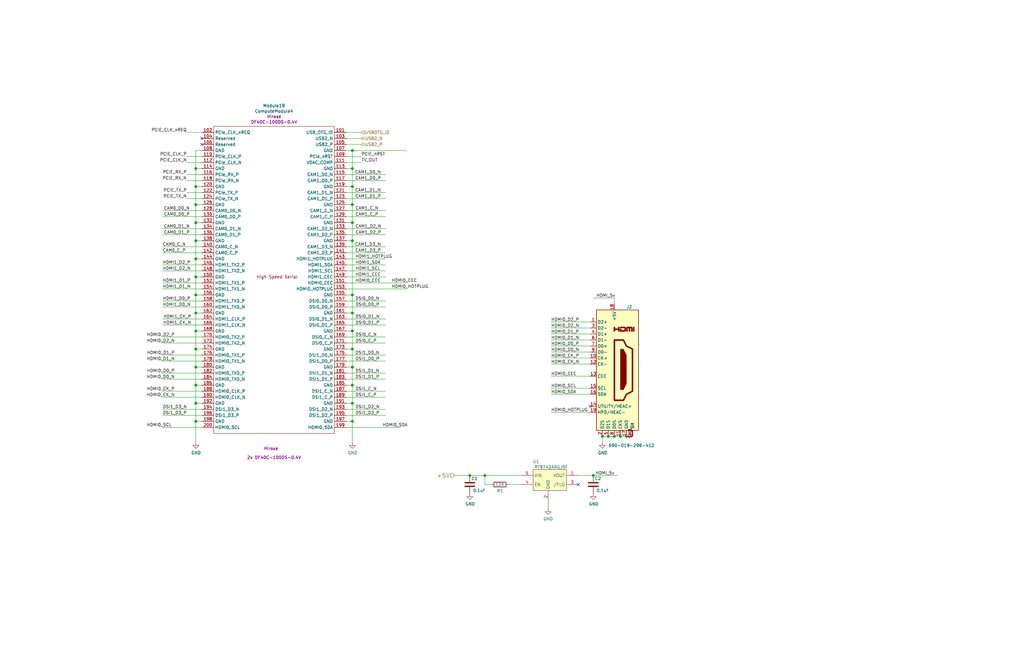
<source format=kicad_sch>
(kicad_sch (version 20210621) (generator eeschema)
  (paper "B")
  (title_block (title "ConnectBox HAT using RPi CM4") (date "2021-10-16") (rev "1.7.2") (comment 1 "JRA"))
  (lib_symbols
    (symbol "CM4IO:ComputeModule4-CM4"
      (property "Reference" "Module" (at 113.03 -68.58 0))
      (property "Value" "ComputeModule4-CM4" (at 140.97 2.54 0))
      (property "Field4" "Hirose" (at 0 0 0))
      (property "Field5" "2x DF40C-100DS-0.4V" (at 0 -2.54 0))
      (symbol "ComputeModule4-CM4_1_0"
        (text "GPIO" (at 0 6.35 0) (effects (font (size 1.27 1.27))))
      )
      (symbol "ComputeModule4-CM4_1_1"
        (text "600mA Max" (at -8.89 -53.34 0) (effects (font (size 1.27 1.27))))
        (text "600mA Max" (at -8.89 -48.26 0) (effects (font (size 1.27 1.27))))
        (text "NB SD signals are only available" (at -1.27 -27.94 0) (effects (font (size 1.27 1.27))))
        (text "on modules without eMMC" (at -1.27 -30.48 0) (effects (font (size 1.27 1.27))))
        (rectangle (start -30.48 -71.12) (end 25.4 58.42))
        (pin power_in line (at 27.94 55.88 180) (length 2.54) (name "GND") (number "1"))
        (pin passive line (at -33.02 45.72 0) (length 2.54) (name "Ethernet_Pair0_N") (number "10"))
        (pin output line (at -33.02 -68.58 0) (length 2.54) (name "nEXTRST") (number "100"))
        (pin passive line (at 27.94 43.18 180) (length 2.54) (name "Ethernet_Pair2_P") (number "11"))
        (pin passive line (at -33.02 43.18 0) (length 2.54) (name "Ethernet_Pair0_P") (number "12"))
        (pin power_in line (at 27.94 40.64 180) (length 2.54) (name "GND") (number "13"))
        (pin power_in line (at -33.02 40.64 0) (length 2.54) (name "GND") (number "14"))
        (pin output line (at 27.94 38.1 180) (length 2.54) (name "Ethernet_nLED3(3.3v)") (number "15"))
        (pin input line (at -33.02 38.1 0) (length 2.54) (name "Ethernet_SYNC_IN(1.8v)") (number "16"))
        (pin output line (at 27.94 35.56 180) (length 2.54) (name "Ethernet_nLED2(3.3v)") (number "17"))
        (pin input line (at -33.02 35.56 0) (length 2.54) (name "Ethernet_SYNC_OUT(1.8v)") (number "18"))
        (pin output line (at 27.94 33.02 180) (length 2.54) (name "Ethernet_nLED1(3.3v)") (number "19"))
        (pin power_in line (at -33.02 55.88 0) (length 2.54) (name "GND") (number "2"))
        (pin passive line (at -33.02 33.02 0) (length 2.54) (name "EEPROM_nWP") (number "20"))
        (pin open_collector line (at 27.94 30.48 180) (length 2.54) (name "PI_nLED_Activity") (number "21"))
        (pin power_in line (at -33.02 30.48 0) (length 2.54) (name "GND") (number "22"))
        (pin power_in line (at 27.94 27.94 180) (length 2.54) (name "GND") (number "23"))
        (pin passive line (at -33.02 27.94 0) (length 2.54) (name "GPIO26") (number "24"))
        (pin passive line (at 27.94 25.4 180) (length 2.54) (name "GPIO21") (number "25"))
        (pin passive line (at -33.02 25.4 0) (length 2.54) (name "GPIO19") (number "26"))
        (pin passive line (at 27.94 22.86 180) (length 2.54) (name "GPIO20") (number "27"))
        (pin passive line (at -33.02 22.86 0) (length 2.54) (name "GPIO13") (number "28"))
        (pin passive line (at 27.94 20.32 180) (length 2.54) (name "GPIO16") (number "29"))
        (pin passive line (at 27.94 53.34 180) (length 2.54) (name "Ethernet_Pair3_P") (number "3"))
        (pin passive line (at -33.02 20.32 0) (length 2.54) (name "GPIO6") (number "30"))
        (pin passive line (at 27.94 17.78 180) (length 2.54) (name "GPIO12") (number "31"))
        (pin power_in line (at -33.02 17.78 0) (length 2.54) (name "GND") (number "32"))
        (pin power_in line (at 27.94 15.24 180) (length 2.54) (name "GND") (number "33"))
        (pin passive line (at -33.02 15.24 0) (length 2.54) (name "GPIO5") (number "34"))
        (pin passive line (at 27.94 12.7 180) (length 2.54) (name "ID_SC") (number "35"))
        (pin passive line (at -33.02 12.7 0) (length 2.54) (name "ID_SD") (number "36"))
        (pin passive line (at 27.94 10.16 180) (length 2.54) (name "GPIO7") (number "37"))
        (pin passive line (at -33.02 10.16 0) (length 2.54) (name "GPIO11") (number "38"))
        (pin passive line (at 27.94 7.62 180) (length 2.54) (name "GPIO8") (number "39"))
        (pin passive line (at -33.02 53.34 0) (length 2.54) (name "Ethernet_Pair1_P") (number "4"))
        (pin passive line (at -33.02 7.62 0) (length 2.54) (name "GPIO9") (number "40"))
        (pin passive line (at 27.94 5.08 180) (length 2.54) (name "GPIO25") (number "41"))
        (pin power_in line (at -33.02 5.08 0) (length 2.54) (name "GND") (number "42"))
        (pin power_in line (at 27.94 2.54 180) (length 2.54) (name "GND") (number "43"))
        (pin passive line (at -33.02 2.54 0) (length 2.54) (name "GPIO10") (number "44"))
        (pin passive line (at 27.94 0 180) (length 2.54) (name "GPIO24") (number "45"))
        (pin passive line (at -33.02 0 0) (length 2.54) (name "GPIO22") (number "46"))
        (pin passive line (at 27.94 -2.54 180) (length 2.54) (name "GPIO23") (number "47"))
        (pin passive line (at -33.02 -2.54 0) (length 2.54) (name "GPIO27") (number "48"))
        (pin passive line (at 27.94 -5.08 180) (length 2.54) (name "GPIO18") (number "49"))
        (pin passive line (at 27.94 50.8 180) (length 2.54) (name "Ethernet_Pair3_N") (number "5"))
        (pin passive line (at -33.02 -5.08 0) (length 2.54) (name "GPIO17") (number "50"))
        (pin passive line (at 27.94 -7.62 180) (length 2.54) (name "GPIO15") (number "51"))
        (pin power_in line (at -33.02 -7.62 0) (length 2.54) (name "GND") (number "52"))
        (pin power_in line (at 27.94 -10.16 180) (length 2.54) (name "GND") (number "53"))
        (pin passive line (at -33.02 -10.16 0) (length 2.54) (name "GPIO4") (number "54"))
        (pin passive line (at 27.94 -12.7 180) (length 2.54) (name "GPIO14") (number "55"))
        (pin passive line (at -33.02 -12.7 0) (length 2.54) (name "GPIO3") (number "56"))
        (pin passive line (at 27.94 -15.24 180) (length 2.54) (name "SD_CLK") (number "57"))
        (pin passive line (at -33.02 -15.24 0) (length 2.54) (name "GPIO2") (number "58"))
        (pin power_in line (at 27.94 -17.78 180) (length 2.54) (name "GND") (number "59"))
        (pin passive line (at -33.02 50.8 0) (length 2.54) (name "Ethernet_Pair1_N") (number "6"))
        (pin power_in line (at -33.02 -17.78 0) (length 2.54) (name "GND") (number "60"))
        (pin passive line (at 27.94 -20.32 180) (length 2.54) (name "SD_DAT3") (number "61"))
        (pin passive line (at -33.02 -20.32 0) (length 2.54) (name "SD_CMD") (number "62"))
        (pin passive line (at 27.94 -22.86 180) (length 2.54) (name "SD_DAT0") (number "63"))
        (pin passive line (at -33.02 -22.86 0) (length 2.54) (name "SD_DAT5") (number "64"))
        (pin power_in line (at 27.94 -25.4 180) (length 2.54) (name "GND") (number "65"))
        (pin power_in line (at -33.02 -25.4 0) (length 2.54) (name "GND") (number "66"))
        (pin passive line (at 27.94 -27.94 180) (length 2.54) (name "SD_DAT1") (number "67"))
        (pin passive line (at -33.02 -27.94 0) (length 2.54) (name "SD_DAT4") (number "68"))
        (pin passive line (at 27.94 -30.48 180) (length 2.54) (name "SD_DAT2") (number "69"))
        (pin power_in line (at 27.94 48.26 180) (length 2.54) (name "GND") (number "7"))
        (pin passive line (at -33.02 -30.48 0) (length 2.54) (name "SD_DAT7") (number "70"))
        (pin power_in line (at 27.94 -33.02 180) (length 2.54) (name "GND") (number "71"))
        (pin passive line (at -33.02 -33.02 0) (length 2.54) (name "SD_DAT6") (number "72"))
        (pin input line (at 27.94 -35.56 180) (length 2.54) (name "SD_VDD_Override") (number "73"))
        (pin power_in line (at -33.02 -35.56 0) (length 2.54) (name "GND") (number "74"))
        (pin output line (at 27.94 -38.1 180) (length 2.54) (name "SD_PWR_ON") (number "75"))
        (pin passive line (at -33.02 -38.1 0) (length 2.54) (name "Reserved") (number "76"))
        (pin power_in line (at 27.94 -40.64 180) (length 2.54) (name "+5v_(Input)") (number "77"))
        (pin power_in line (at -33.02 -40.64 0) (length 2.54) (name "GPIO_VREF(1.8v/3.3v_Input)") (number "78"))
        (pin power_in line (at 27.94 -43.18 180) (length 2.54) (name "+5v_(Input)") (number "79"))
        (pin power_in line (at -33.02 48.26 0) (length 2.54) (name "GND") (number "8"))
        (pin passive line (at -33.02 -43.18 0) (length 2.54) (name "SCL0") (number "80"))
        (pin power_in line (at 27.94 -45.72 180) (length 2.54) (name "+5v_(Input)") (number "81"))
        (pin passive line (at -33.02 -45.72 0) (length 2.54) (name "SDA0") (number "82"))
        (pin power_in line (at 27.94 -48.26 180) (length 2.54) (name "+5v_(Input)") (number "83"))
        (pin power_out line (at -33.02 -48.26 0) (length 2.54) (name "+3.3v_(Output)") (number "84"))
        (pin power_in line (at 27.94 -50.8 180) (length 2.54) (name "+5v_(Input)") (number "85"))
        (pin power_out line (at -33.02 -50.8 0) (length 2.54) (name "+3.3v_(Output)") (number "86"))
        (pin power_in line (at 27.94 -53.34 180) (length 2.54) (name "+5v_(Input)") (number "87"))
        (pin power_out line (at -33.02 -53.34 0) (length 2.54) (name "+1.8v_(Output)") (number "88"))
        (pin power_in line (at 27.94 -55.88 180) (length 2.54) (name "WiFi_nDisable") (number "89"))
        (pin passive line (at 27.94 45.72 180) (length 2.54) (name "Ethernet_Pair2_N") (number "9"))
        (pin power_out line (at -33.02 -55.88 0) (length 2.54) (name "+1.8v_(Output)") (number "90"))
        (pin power_in line (at 27.94 -58.42 180) (length 2.54) (name "BT_nDisable") (number "91"))
        (pin passive line (at -33.02 -58.42 0) (length 2.54) (name "RUN_PG") (number "92"))
        (pin input line (at 27.94 -60.96 180) (length 2.54) (name "nRPIBOOT") (number "93"))
        (pin passive line (at -33.02 -60.96 0) (length 2.54) (name "AnalogIP1") (number "94"))
        (pin output line (at 27.94 -63.5 180) (length 2.54) (name "nPI_LED_PWR") (number "95"))
        (pin passive line (at -33.02 -63.5 0) (length 2.54) (name "AnalogIP0") (number "96"))
        (pin passive line (at 27.94 -66.04 180) (length 2.54) (name "Camera_GPIO") (number "97"))
        (pin power_in line (at -33.02 -66.04 0) (length 2.54) (name "GND") (number "98"))
        (pin input line (at 27.94 -68.58 180) (length 2.54) (name "Global_EN") (number "99"))
      )
      (symbol "ComputeModule4-CM4_2_1"
        (text "High Speed Serial" (at 140.97 0 0) (effects (font (size 1.27 1.27))))
        (rectangle (start 114.3 -66.04) (end 165.1 63.5))
        (pin input line (at 170.18 60.96 180) (length 5.08) (name "USB_OTG_ID") (number "101"))
        (pin input line (at 109.22 60.96 0) (length 5.08) (name "PCIe_CLK_nREQ") (number "102"))
        (pin passive line (at 170.18 58.42 180) (length 5.08) (name "USB2_N") (number "103"))
        (pin passive line (at 109.22 58.42 0) (length 5.08) (name "Reserved") (number "104"))
        (pin passive line (at 170.18 55.88 180) (length 5.08) (name "USB2_P") (number "105"))
        (pin passive line (at 109.22 55.88 0) (length 5.08) (name "Reserved") (number "106"))
        (pin power_in line (at 170.18 53.34 180) (length 5.08) (name "GND") (number "107"))
        (pin power_in line (at 109.22 53.34 0) (length 5.08) (name "GND") (number "108"))
        (pin bidirectional line (at 170.18 50.8 180) (length 5.08) (name "PCIe_nRST") (number "109"))
        (pin output line (at 109.22 50.8 0) (length 5.08) (name "PCIe_CLK_P") (number "110"))
        (pin passive line (at 170.18 48.26 180) (length 5.08) (name "VDAC_COMP") (number "111"))
        (pin output line (at 109.22 48.26 0) (length 5.08) (name "PCIe_CLK_N") (number "112"))
        (pin power_in line (at 170.18 45.72 180) (length 5.08) (name "GND") (number "113"))
        (pin power_in line (at 109.22 45.72 0) (length 5.08) (name "GND") (number "114"))
        (pin input line (at 170.18 43.18 180) (length 5.08) (name "CAM1_D0_N") (number "115"))
        (pin input line (at 109.22 43.18 0) (length 5.08) (name "PCIe_RX_P") (number "116"))
        (pin input line (at 170.18 40.64 180) (length 5.08) (name "CAM1_D0_P") (number "117"))
        (pin input line (at 109.22 40.64 0) (length 5.08) (name "PCIe_RX_N") (number "118"))
        (pin power_in line (at 170.18 38.1 180) (length 5.08) (name "GND") (number "119"))
        (pin power_in line (at 109.22 38.1 0) (length 5.08) (name "GND") (number "120"))
        (pin input line (at 170.18 35.56 180) (length 5.08) (name "CAM1_D1_N") (number "121"))
        (pin output line (at 109.22 35.56 0) (length 5.08) (name "PCIe_TX_P") (number "122"))
        (pin input line (at 170.18 33.02 180) (length 5.08) (name "CAM1_D1_P") (number "123"))
        (pin output line (at 109.22 33.02 0) (length 5.08) (name "PCIe_TX_N") (number "124"))
        (pin power_in line (at 170.18 30.48 180) (length 5.08) (name "GND") (number "125"))
        (pin power_in line (at 109.22 30.48 0) (length 5.08) (name "GND") (number "126"))
        (pin input line (at 170.18 27.94 180) (length 5.08) (name "CAM1_C_N") (number "127"))
        (pin input line (at 109.22 27.94 0) (length 5.08) (name "CAM0_D0_N") (number "128"))
        (pin input line (at 170.18 25.4 180) (length 5.08) (name "CAM1_C_P") (number "129"))
        (pin input line (at 109.22 25.4 0) (length 5.08) (name "CAM0_D0_P") (number "130"))
        (pin power_in line (at 170.18 22.86 180) (length 5.08) (name "GND") (number "131"))
        (pin power_in line (at 109.22 22.86 0) (length 5.08) (name "GND") (number "132"))
        (pin input line (at 170.18 20.32 180) (length 5.08) (name "CAM1_D2_N") (number "133"))
        (pin input line (at 109.22 20.32 0) (length 5.08) (name "CAM0_D1_N") (number "134"))
        (pin input line (at 170.18 17.78 180) (length 5.08) (name "CAM1_D2_P") (number "135"))
        (pin input line (at 109.22 17.78 0) (length 5.08) (name "CAM0_D1_P") (number "136"))
        (pin power_in line (at 170.18 15.24 180) (length 5.08) (name "GND") (number "137"))
        (pin power_in line (at 109.22 15.24 0) (length 5.08) (name "GND") (number "138"))
        (pin input line (at 170.18 12.7 180) (length 5.08) (name "CAM1_D3_N") (number "139"))
        (pin input line (at 109.22 12.7 0) (length 5.08) (name "CAM0_C_N") (number "140"))
        (pin input line (at 170.18 10.16 180) (length 5.08) (name "CAM1_D3_P") (number "141"))
        (pin input line (at 109.22 10.16 0) (length 5.08) (name "CAM0_C_P") (number "142"))
        (pin input line (at 170.18 7.62 180) (length 5.08) (name "HDMI1_HOTPLUG") (number "143"))
        (pin power_in line (at 109.22 7.62 0) (length 5.08) (name "GND") (number "144"))
        (pin bidirectional line (at 170.18 5.08 180) (length 5.08) (name "HDMI1_SDA") (number "145"))
        (pin output line (at 109.22 5.08 0) (length 5.08) (name "HDMI1_TX2_P") (number "146"))
        (pin open_collector line (at 170.18 2.54 180) (length 5.08) (name "HDMI1_SCL") (number "147"))
        (pin output line (at 109.22 2.54 0) (length 5.08) (name "HDMI1_TX2_N") (number "148"))
        (pin open_collector line (at 170.18 0 180) (length 5.08) (name "HDMI1_CEC") (number "149"))
        (pin power_in line (at 109.22 0 0) (length 5.08) (name "GND") (number "150"))
        (pin open_collector line (at 170.18 -2.54 180) (length 5.08) (name "HDMI0_CEC") (number "151"))
        (pin output line (at 109.22 -2.54 0) (length 5.08) (name "HDMI1_TX1_P") (number "152"))
        (pin input line (at 170.18 -5.08 180) (length 5.08) (name "HDMI0_HOTPLUG") (number "153"))
        (pin output line (at 109.22 -5.08 0) (length 5.08) (name "HDMI1_TX1_N") (number "154"))
        (pin power_in line (at 170.18 -7.62 180) (length 5.08) (name "GND") (number "155"))
        (pin power_in line (at 109.22 -7.62 0) (length 5.08) (name "GND") (number "156"))
        (pin output line (at 170.18 -10.16 180) (length 5.08) (name "DSI0_D0_N") (number "157"))
        (pin output line (at 109.22 -10.16 0) (length 5.08) (name "HDMI1_TX0_P") (number "158"))
        (pin output line (at 170.18 -12.7 180) (length 5.08) (name "DSI0_D0_P") (number "159"))
        (pin output line (at 109.22 -12.7 0) (length 5.08) (name "HDMI1_TX0_N") (number "160"))
        (pin power_in line (at 170.18 -15.24 180) (length 5.08) (name "GND") (number "161"))
        (pin power_in line (at 109.22 -15.24 0) (length 5.08) (name "GND") (number "162"))
        (pin output line (at 170.18 -17.78 180) (length 5.08) (name "DSI0_D1_N") (number "163"))
        (pin output line (at 109.22 -17.78 0) (length 5.08) (name "HDMI1_CLK_P") (number "164"))
        (pin output line (at 170.18 -20.32 180) (length 5.08) (name "DSI0_D1_P") (number "165"))
        (pin output line (at 109.22 -20.32 0) (length 5.08) (name "HDMI1_CLK_N") (number "166"))
        (pin power_in line (at 170.18 -22.86 180) (length 5.08) (name "GND") (number "167"))
        (pin power_in line (at 109.22 -22.86 0) (length 5.08) (name "GND") (number "168"))
        (pin output line (at 170.18 -25.4 180) (length 5.08) (name "DSI0_C_N") (number "169"))
        (pin output line (at 109.22 -25.4 0) (length 5.08) (name "HDMI0_TX2_P") (number "170"))
        (pin output line (at 170.18 -27.94 180) (length 5.08) (name "DSI0_C_P") (number "171"))
        (pin output line (at 109.22 -27.94 0) (length 5.08) (name "HDMI0_TX2_N") (number "172"))
        (pin power_in line (at 170.18 -30.48 180) (length 5.08) (name "GND") (number "173"))
        (pin power_in line (at 109.22 -30.48 0) (length 5.08) (name "GND") (number "174"))
        (pin output line (at 170.18 -33.02 180) (length 5.08) (name "DSI1_D0_N") (number "175"))
        (pin output line (at 109.22 -33.02 0) (length 5.08) (name "HDMI0_TX1_P") (number "176"))
        (pin output line (at 170.18 -35.56 180) (length 5.08) (name "DSI1_D0_P") (number "177"))
        (pin output line (at 109.22 -35.56 0) (length 5.08) (name "HDMI0_TX1_N") (number "178"))
        (pin power_in line (at 170.18 -38.1 180) (length 5.08) (name "GND") (number "179"))
        (pin power_in line (at 109.22 -38.1 0) (length 5.08) (name "GND") (number "180"))
        (pin output line (at 170.18 -40.64 180) (length 5.08) (name "DSI1_D1_N") (number "181"))
        (pin output line (at 109.22 -40.64 0) (length 5.08) (name "HDMI0_TX0_P") (number "182"))
        (pin output line (at 170.18 -43.18 180) (length 5.08) (name "DSI1_D1_P") (number "183"))
        (pin output line (at 109.22 -43.18 0) (length 5.08) (name "HDMI0_TX0_N") (number "184"))
        (pin power_in line (at 170.18 -45.72 180) (length 5.08) (name "GND") (number "185"))
        (pin power_in line (at 109.22 -45.72 0) (length 5.08) (name "GND") (number "186"))
        (pin output line (at 170.18 -48.26 180) (length 5.08) (name "DSI1_C_N") (number "187"))
        (pin output line (at 109.22 -48.26 0) (length 5.08) (name "HDMI0_CLK_P") (number "188"))
        (pin output line (at 170.18 -50.8 180) (length 5.08) (name "DSI1_C_P") (number "189"))
        (pin output line (at 109.22 -50.8 0) (length 5.08) (name "HDMI0_CLK_N") (number "190"))
        (pin power_in line (at 170.18 -53.34 180) (length 5.08) (name "GND") (number "191"))
        (pin power_in line (at 109.22 -53.34 0) (length 5.08) (name "GND") (number "192"))
        (pin output line (at 170.18 -55.88 180) (length 5.08) (name "DSI1_D2_N") (number "193"))
        (pin output line (at 109.22 -55.88 0) (length 5.08) (name "DSI1_D3_N") (number "194"))
        (pin output line (at 170.18 -58.42 180) (length 5.08) (name "DSI1_D2_P") (number "195"))
        (pin output line (at 109.22 -58.42 0) (length 5.08) (name "DSI1_D3_P") (number "196"))
        (pin power_in line (at 170.18 -60.96 180) (length 5.08) (name "GND") (number "197"))
        (pin power_in line (at 109.22 -60.96 0) (length 5.08) (name "GND") (number "198"))
        (pin bidirectional line (at 170.18 -63.5 180) (length 5.08) (name "HDMI0_SDA") (number "199"))
        (pin open_collector line (at 109.22 -63.5 0) (length 5.08) (name "HDMI0_SCL") (number "200"))
      )
    )
    (symbol "CM4IO:HDMI_A_1.4"
      (property "Reference" "J" (at -6.35 26.67 0))
      (property "Value" "HDMI_A_1.4" (at 10.16 26.67 0))
      (symbol "HDMI_A_1.4_0_0"
        (polyline (pts (xy 8.128 16.51) (xy 8.128 18.034)) (stroke (width 0.635)))
        (polyline (pts (xy 0 16.51) (xy 0 18.034) (xy 0 17.272) (xy 1.905 17.272) (xy 1.905 18.034) (xy 1.905 16.51)) (stroke (width 0.635)))
        (polyline (pts (xy 2.667 18.034) (xy 4.318 18.034) (xy 4.572 17.78) (xy 4.572 16.764) (xy 4.318 16.51) (xy 2.667 16.51) (xy 2.667 17.272)) (stroke (width 0.635)))
        (pin passive line (at 7.62 -27.94 90) (length 2.54) (name "SH") (number "SH2"))
        (pin passive line (at 7.62 -27.94 90) (length 2.54) (name "SH") (number "SH3"))
        (pin passive line (at 7.62 -27.94 90) (length 2.54) (name "SH") (number "SH4"))
      )
      (symbol "HDMI_A_1.4_0_1"
        (rectangle (start -7.62 25.4) (end 10.16 -25.4) (stroke (width 0.254)) (fill (type background)))
        (polyline (pts (xy 5.334 16.51) (xy 5.334 18.034) (xy 6.35 18.034) (xy 6.35 16.51) (xy 6.35 18.034) (xy 7.112 18.034) (xy 7.366 17.78) (xy 7.366 16.51)) (stroke (width 0.635)))
        (polyline (pts (xy 0 12.7) (xy 0 -12.7) (xy 3.81 -12.7) (xy 5.08 -10.16) (xy 7.62 -8.89) (xy 7.62 8.89) (xy 5.08 10.16) (xy 3.81 12.7) (xy 0 12.7)) (stroke (width 0.635)))
        (polyline (pts (xy 2.54 8.89) (xy 3.81 8.89) (xy 5.08 6.35) (xy 5.08 -5.715) (xy 3.81 -8.255) (xy 2.54 -8.255) (xy 2.54 8.89)) (fill (type outline)))
      )
      (symbol "HDMI_A_1.4_1_1"
        (pin passive line (at -10.16 20.32 0) (length 2.54) (name "D2+") (number "1"))
        (pin passive line (at -10.16 5.08 0) (length 2.54) (name "CK+") (number "10"))
        (pin power_in line (at 2.54 -27.94 90) (length 2.54) (name "CKS") (number "11"))
        (pin passive line (at -10.16 2.54 0) (length 2.54) (name "CK-") (number "12"))
        (pin bidirectional line (at -10.16 -2.54 0) (length 2.54) (name "CEC") (number "13"))
        (pin passive line (at -10.16 -15.24 0) (length 2.54) (name "UTILITY/HEAC+") (number "14"))
        (pin passive line (at -10.16 -7.62 0) (length 2.54) (name "SCL") (number "15"))
        (pin bidirectional line (at -10.16 -10.16 0) (length 2.54) (name "SDA") (number "16"))
        (pin power_in line (at 5.08 -27.94 90) (length 2.54) (name "GND") (number "17"))
        (pin power_in line (at 0 27.94 270) (length 2.54) (name "+5V") (number "18"))
        (pin passive line (at -10.16 -17.78 0) (length 2.54) (name "HPD/HEAC-") (number "19"))
        (pin power_in line (at -5.08 -27.94 90) (length 2.54) (name "D2S") (number "2"))
        (pin passive line (at -10.16 17.78 0) (length 2.54) (name "D2-") (number "3"))
        (pin passive line (at -10.16 15.24 0) (length 2.54) (name "D1+") (number "4"))
        (pin power_in line (at -2.54 -27.94 90) (length 2.54) (name "D1S") (number "5"))
        (pin passive line (at -10.16 12.7 0) (length 2.54) (name "D1-") (number "6"))
        (pin passive line (at -10.16 10.16 0) (length 2.54) (name "D0+") (number "7"))
        (pin power_in line (at 0 -27.94 90) (length 2.54) (name "D0S") (number "8"))
        (pin passive line (at -10.16 7.62 0) (length 2.54) (name "D0-") (number "9"))
        (pin passive line (at 7.62 -27.94 90) (length 2.54) (name "SH") (number "SH1"))
      )
    )
    (symbol "Custom_1:T9742ANGJ5F"
      (property "Reference" "U" (at -2.54 13.97 0))
      (property "Value" "T9742ANGJ5F" (at 2.54 11.43 0))
      (symbol "T9742ANGJ5F_0_1"
        (rectangle (start -7.62 8.89) (end 6.35 0) (stroke (width 0.1524)) (fill (type background)))
      )
      (symbol "T9742ANGJ5F_1_1"
        (pin power_out line (at 11.43 6.35 180) (length 5.08) (name "VOUT") (number "1"))
        (pin input line (at -1.27 -5.08 90) (length 5.08) (name "GND") (number "2"))
        (pin input line (at 11.43 2.54 180) (length 5.08) (name "/FLG") (number "3"))
        (pin input line (at -12.7 2.54 0) (length 5.08) (name "EN") (number "4"))
        (pin input line (at -12.7 6.35 0) (length 5.08) (name "VIN") (number "5"))
      )
    )
    (symbol "Device:C" (pin_numbers hide) (pin_names (offset 0.254))
      (property "Reference" "C" (at 0.635 2.54 0))
      (property "Value" "C" (at 0.635 -2.54 0))
      (symbol "C_0_1"
        (polyline (pts (xy -2.032 -0.762) (xy 2.032 -0.762)) (stroke (width 0.508)))
        (polyline (pts (xy -2.032 0.762) (xy 2.032 0.762)) (stroke (width 0.508)))
      )
      (symbol "C_1_1"
        (pin passive line (at 0 3.81 270) (length 2.794) (name "~") (number "1"))
        (pin passive line (at 0 -3.81 90) (length 2.794) (name "~") (number "2"))
      )
    )
    (symbol "Device:R" (pin_numbers hide) (pin_names (offset 0))
      (property "Reference" "R" (at 2.032 0 90))
      (property "Value" "R" (at 0 0 90))
      (symbol "R_0_1"
        (rectangle (start -1.016 -2.54) (end 1.016 2.54) (stroke (width 0.254)))
      )
      (symbol "R_1_1"
        (pin passive line (at 0 3.81 270) (length 1.27) (name "~") (number "1"))
        (pin passive line (at 0 -3.81 90) (length 1.27) (name "~") (number "2"))
      )
    )
    (symbol "power:GND" (power) (pin_names (offset 0))
      (property "Value" "GND" (at 0 -3.81 0))
      (symbol "GND_0_1"
        (polyline (pts (xy 0 0) (xy 0 -1.27) (xy 1.27 -1.27) (xy 0 -2.54) (xy -1.27 -1.27) (xy 0 -1.27)))
      )
      (symbol "GND_1_1"
        (pin power_in line (at 0 0 270) (length 0) hide (name "GND") (number "1"))
      )
    )
  )
  (junction (at 82.55 71.12) (diameter 1.016))
  (junction (at 82.55 78.74) (diameter 1.016))
  (junction (at 82.55 86.36) (diameter 1.016))
  (junction (at 82.55 93.98) (diameter 1.016))
  (junction (at 82.55 101.6) (diameter 1.016))
  (junction (at 82.55 109.22) (diameter 1.016))
  (junction (at 82.55 116.84) (diameter 1.016))
  (junction (at 82.55 124.46) (diameter 1.016))
  (junction (at 82.55 132.08) (diameter 1.016))
  (junction (at 82.55 139.7) (diameter 1.016))
  (junction (at 82.55 147.32) (diameter 1.016))
  (junction (at 82.55 154.94) (diameter 1.016))
  (junction (at 82.55 162.56) (diameter 1.016))
  (junction (at 82.55 170.18) (diameter 1.016))
  (junction (at 82.55 177.8) (diameter 1.016))
  (junction (at 148.59 63.5) (diameter 1.016))
  (junction (at 148.59 71.12) (diameter 1.016))
  (junction (at 148.59 78.74) (diameter 1.016))
  (junction (at 148.59 86.36) (diameter 1.016))
  (junction (at 148.59 93.98) (diameter 1.016))
  (junction (at 148.59 101.6) (diameter 1.016))
  (junction (at 148.59 124.46) (diameter 1.016))
  (junction (at 148.59 132.08) (diameter 1.016))
  (junction (at 148.59 139.7) (diameter 1.016))
  (junction (at 148.59 147.32) (diameter 1.016))
  (junction (at 148.59 154.94) (diameter 1.016))
  (junction (at 148.59 162.56) (diameter 1.016))
  (junction (at 148.59 170.18) (diameter 1.016))
  (junction (at 148.59 177.8) (diameter 1.016))
  (junction (at 198.12 200.66) (diameter 1.016))
  (junction (at 204.47 200.66) (diameter 1.016))
  (junction (at 250.19 200.66) (diameter 1.016))
  (junction (at 254 184.15) (diameter 1.016))
  (junction (at 256.54 184.15) (diameter 1.016))
  (junction (at 259.08 184.15) (diameter 1.016))
  (junction (at 261.62 184.15) (diameter 1.016))
  (junction (at 264.16 184.15) (diameter 1.016))
  (no_connect (at 85.09 58.42))
  (no_connect (at 85.09 60.96))
  (no_connect (at 243.84 204.47))
  (no_connect (at 248.92 171.45))
  (wire (pts (xy 68.58 104.14) (xy 85.09 104.14)))
  (wire (pts (xy 68.58 106.68) (xy 85.09 106.68)))
  (wire (pts (xy 68.58 111.76) (xy 85.09 111.76)))
  (wire (pts (xy 68.58 114.3) (xy 85.09 114.3)))
  (wire (pts (xy 68.58 119.38) (xy 85.09 119.38)))
  (wire (pts (xy 68.58 121.92) (xy 85.09 121.92)))
  (wire (pts (xy 68.58 127) (xy 85.09 127)))
  (wire (pts (xy 68.58 129.54) (xy 85.09 129.54)))
  (wire (pts (xy 68.58 142.24) (xy 85.09 142.24)))
  (wire (pts (xy 68.58 144.78) (xy 85.09 144.78)))
  (wire (pts (xy 68.58 157.48) (xy 85.09 157.48)))
  (wire (pts (xy 68.58 160.02) (xy 85.09 160.02)))
  (wire (pts (xy 68.58 172.72) (xy 85.09 172.72)))
  (wire (pts (xy 68.58 175.26) (xy 85.09 175.26)))
  (wire (pts (xy 68.58 180.34) (xy 85.09 180.34)))
  (wire (pts (xy 78.74 55.88) (xy 85.09 55.88)))
  (wire (pts (xy 78.74 66.04) (xy 85.09 66.04)))
  (wire (pts (xy 78.74 68.58) (xy 85.09 68.58)))
  (wire (pts (xy 78.74 81.28) (xy 85.09 81.28)))
  (wire (pts (xy 78.74 83.82) (xy 85.09 83.82)))
  (wire (pts (xy 82.55 63.5) (xy 82.55 71.12)))
  (wire (pts (xy 82.55 71.12) (xy 82.55 78.74)))
  (wire (pts (xy 82.55 71.12) (xy 85.09 71.12)))
  (wire (pts (xy 82.55 78.74) (xy 82.55 86.36)))
  (wire (pts (xy 82.55 78.74) (xy 85.09 78.74)))
  (wire (pts (xy 82.55 86.36) (xy 82.55 93.98)))
  (wire (pts (xy 82.55 86.36) (xy 85.09 86.36)))
  (wire (pts (xy 82.55 93.98) (xy 82.55 101.6)))
  (wire (pts (xy 82.55 93.98) (xy 85.09 93.98)))
  (wire (pts (xy 82.55 101.6) (xy 82.55 109.22)))
  (wire (pts (xy 82.55 101.6) (xy 85.09 101.6)))
  (wire (pts (xy 82.55 109.22) (xy 82.55 116.84)))
  (wire (pts (xy 82.55 109.22) (xy 85.09 109.22)))
  (wire (pts (xy 82.55 116.84) (xy 82.55 124.46)))
  (wire (pts (xy 82.55 116.84) (xy 85.09 116.84)))
  (wire (pts (xy 82.55 124.46) (xy 82.55 132.08)))
  (wire (pts (xy 82.55 124.46) (xy 85.09 124.46)))
  (wire (pts (xy 82.55 132.08) (xy 82.55 139.7)))
  (wire (pts (xy 82.55 132.08) (xy 85.09 132.08)))
  (wire (pts (xy 82.55 139.7) (xy 82.55 147.32)))
  (wire (pts (xy 82.55 139.7) (xy 85.09 139.7)))
  (wire (pts (xy 82.55 147.32) (xy 82.55 154.94)))
  (wire (pts (xy 82.55 147.32) (xy 85.09 147.32)))
  (wire (pts (xy 82.55 154.94) (xy 82.55 162.56)))
  (wire (pts (xy 82.55 154.94) (xy 85.09 154.94)))
  (wire (pts (xy 82.55 162.56) (xy 82.55 170.18)))
  (wire (pts (xy 82.55 162.56) (xy 85.09 162.56)))
  (wire (pts (xy 82.55 170.18) (xy 82.55 177.8)))
  (wire (pts (xy 82.55 177.8) (xy 82.55 186.69)))
  (wire (pts (xy 85.09 63.5) (xy 82.55 63.5)))
  (wire (pts (xy 85.09 73.66) (xy 78.74 73.66)))
  (wire (pts (xy 85.09 76.2) (xy 78.74 76.2)))
  (wire (pts (xy 85.09 88.9) (xy 68.58 88.9)))
  (wire (pts (xy 85.09 91.44) (xy 68.58 91.44)))
  (wire (pts (xy 85.09 96.52) (xy 68.58 96.52)))
  (wire (pts (xy 85.09 99.06) (xy 68.58 99.06)))
  (wire (pts (xy 85.09 134.62) (xy 68.58 134.62)))
  (wire (pts (xy 85.09 137.16) (xy 68.58 137.16)))
  (wire (pts (xy 85.09 149.86) (xy 68.58 149.86)))
  (wire (pts (xy 85.09 152.4) (xy 68.58 152.4)))
  (wire (pts (xy 85.09 165.1) (xy 68.58 165.1)))
  (wire (pts (xy 85.09 167.64) (xy 68.58 167.64)))
  (wire (pts (xy 85.09 170.18) (xy 82.55 170.18)))
  (wire (pts (xy 85.09 177.8) (xy 82.55 177.8)))
  (wire (pts (xy 146.05 58.42) (xy 152.4 58.42)))
  (wire (pts (xy 146.05 60.96) (xy 152.4 60.96)))
  (wire (pts (xy 146.05 66.04) (xy 152.4 66.04)))
  (wire (pts (xy 146.05 68.58) (xy 152.4 68.58)))
  (wire (pts (xy 146.05 71.12) (xy 148.59 71.12)))
  (wire (pts (xy 146.05 78.74) (xy 148.59 78.74)))
  (wire (pts (xy 146.05 86.36) (xy 148.59 86.36)))
  (wire (pts (xy 146.05 88.9) (xy 162.56 88.9)))
  (wire (pts (xy 146.05 91.44) (xy 162.56 91.44)))
  (wire (pts (xy 146.05 93.98) (xy 148.59 93.98)))
  (wire (pts (xy 146.05 96.52) (xy 162.56 96.52)))
  (wire (pts (xy 146.05 99.06) (xy 162.56 99.06)))
  (wire (pts (xy 146.05 101.6) (xy 148.59 101.6)))
  (wire (pts (xy 146.05 109.22) (xy 162.56 109.22)))
  (wire (pts (xy 146.05 111.76) (xy 162.56 111.76)))
  (wire (pts (xy 146.05 114.3) (xy 162.56 114.3)))
  (wire (pts (xy 146.05 116.84) (xy 162.56 116.84)))
  (wire (pts (xy 146.05 119.38) (xy 171.45 119.38)))
  (wire (pts (xy 146.05 121.92) (xy 171.45 121.92)))
  (wire (pts (xy 146.05 124.46) (xy 148.59 124.46)))
  (wire (pts (xy 146.05 132.08) (xy 148.59 132.08)))
  (wire (pts (xy 146.05 134.62) (xy 162.56 134.62)))
  (wire (pts (xy 146.05 137.16) (xy 162.56 137.16)))
  (wire (pts (xy 146.05 139.7) (xy 148.59 139.7)))
  (wire (pts (xy 146.05 142.24) (xy 162.56 142.24)))
  (wire (pts (xy 146.05 144.78) (xy 162.56 144.78)))
  (wire (pts (xy 146.05 147.32) (xy 148.59 147.32)))
  (wire (pts (xy 146.05 154.94) (xy 148.59 154.94)))
  (wire (pts (xy 146.05 162.56) (xy 148.59 162.56)))
  (wire (pts (xy 146.05 165.1) (xy 162.56 165.1)))
  (wire (pts (xy 146.05 167.64) (xy 162.56 167.64)))
  (wire (pts (xy 146.05 170.18) (xy 148.59 170.18)))
  (wire (pts (xy 146.05 172.72) (xy 162.56 172.72)))
  (wire (pts (xy 146.05 175.26) (xy 162.56 175.26)))
  (wire (pts (xy 146.05 177.8) (xy 148.59 177.8)))
  (wire (pts (xy 146.05 180.34) (xy 168.91 180.34)))
  (wire (pts (xy 148.59 63.5) (xy 146.05 63.5)))
  (wire (pts (xy 148.59 63.5) (xy 171.45 63.5)))
  (wire (pts (xy 148.59 71.12) (xy 148.59 63.5)))
  (wire (pts (xy 148.59 78.74) (xy 148.59 71.12)))
  (wire (pts (xy 148.59 78.74) (xy 148.59 86.36)))
  (wire (pts (xy 148.59 93.98) (xy 148.59 86.36)))
  (wire (pts (xy 148.59 101.6) (xy 148.59 93.98)))
  (wire (pts (xy 148.59 101.6) (xy 148.59 124.46)))
  (wire (pts (xy 148.59 124.46) (xy 148.59 132.08)))
  (wire (pts (xy 148.59 132.08) (xy 148.59 139.7)))
  (wire (pts (xy 148.59 139.7) (xy 148.59 147.32)))
  (wire (pts (xy 148.59 147.32) (xy 148.59 154.94)))
  (wire (pts (xy 148.59 154.94) (xy 148.59 162.56)))
  (wire (pts (xy 148.59 162.56) (xy 148.59 170.18)))
  (wire (pts (xy 148.59 170.18) (xy 148.59 177.8)))
  (wire (pts (xy 148.59 177.8) (xy 148.59 186.69)))
  (wire (pts (xy 152.4 55.88) (xy 146.05 55.88)))
  (wire (pts (xy 162.56 73.66) (xy 146.05 73.66)))
  (wire (pts (xy 162.56 76.2) (xy 146.05 76.2)))
  (wire (pts (xy 162.56 81.28) (xy 146.05 81.28)))
  (wire (pts (xy 162.56 83.82) (xy 146.05 83.82)))
  (wire (pts (xy 162.56 104.14) (xy 146.05 104.14)))
  (wire (pts (xy 162.56 106.68) (xy 146.05 106.68)))
  (wire (pts (xy 162.56 127) (xy 146.05 127)))
  (wire (pts (xy 162.56 129.54) (xy 146.05 129.54)))
  (wire (pts (xy 162.56 149.86) (xy 146.05 149.86)))
  (wire (pts (xy 162.56 152.4) (xy 146.05 152.4)))
  (wire (pts (xy 162.56 157.48) (xy 146.05 157.48)))
  (wire (pts (xy 162.56 160.02) (xy 146.05 160.02)))
  (wire (pts (xy 191.77 200.66) (xy 195.58 200.66)))
  (wire (pts (xy 195.58 200.66) (xy 198.12 200.66)) (stroke (width 0.1524)))
  (wire (pts (xy 198.12 200.66) (xy 204.47 200.66)) (stroke (width 0.1524)))
  (wire (pts (xy 204.47 200.66) (xy 204.47 204.47)))
  (wire (pts (xy 204.47 200.66) (xy 219.71 200.66)) (stroke (width 0.1524)))
  (wire (pts (xy 207.01 204.47) (xy 204.47 204.47)))
  (wire (pts (xy 214.63 204.47) (xy 219.71 204.47)))
  (wire (pts (xy 231.14 212.09) (xy 231.14 214.63)))
  (wire (pts (xy 232.41 135.89) (xy 248.92 135.89)))
  (wire (pts (xy 232.41 138.43) (xy 248.92 138.43)))
  (wire (pts (xy 232.41 140.97) (xy 248.92 140.97)))
  (wire (pts (xy 232.41 143.51) (xy 248.92 143.51)))
  (wire (pts (xy 232.41 146.05) (xy 248.92 146.05)))
  (wire (pts (xy 232.41 148.59) (xy 248.92 148.59)))
  (wire (pts (xy 232.41 151.13) (xy 248.92 151.13)))
  (wire (pts (xy 232.41 153.67) (xy 248.92 153.67)))
  (wire (pts (xy 232.41 158.75) (xy 248.92 158.75)))
  (wire (pts (xy 232.41 163.83) (xy 248.92 163.83)))
  (wire (pts (xy 232.41 166.37) (xy 248.92 166.37)))
  (wire (pts (xy 232.41 173.99) (xy 248.92 173.99)))
  (wire (pts (xy 243.84 200.66) (xy 250.19 200.66)))
  (wire (pts (xy 250.19 125.73) (xy 259.08 125.73)))
  (wire (pts (xy 250.19 200.66) (xy 260.35 200.66)))
  (wire (pts (xy 254 184.15) (xy 254 186.69)))
  (wire (pts (xy 254 184.15) (xy 256.54 184.15)))
  (wire (pts (xy 256.54 184.15) (xy 259.08 184.15)))
  (wire (pts (xy 259.08 125.73) (xy 259.08 128.27)))
  (wire (pts (xy 259.08 184.15) (xy 261.62 184.15)))
  (wire (pts (xy 261.62 184.15) (xy 264.16 184.15)))
  (wire (pts (xy 264.16 184.15) (xy 266.7 184.15)))
  (label "CAM0_C_N" (at 68.58 104.14 0))
  (label "CAM0_C_P" (at 68.58 106.68 0))
  (label "HDMI1_D2_P" (at 68.58 111.76 0))
  (label "HDMI1_D2_N" (at 68.58 114.3 0))
  (label "HDMI1_D1_P" (at 68.58 119.38 0))
  (label "HDMI1_D1_N" (at 68.58 121.92 0))
  (label "HDMI1_D0_P" (at 68.58 127 0))
  (label "HDMI1_D0_N" (at 68.58 129.54 0))
  (label "DSI1_D3_N" (at 68.58 172.72 0))
  (label "DSI1_D3_P" (at 68.58 175.26 0))
  (label "HDMI0_SCL" (at 72.39 180.34 180))
  (label "HDMI0_D2_P" (at 73.66 142.24 180))
  (label "HDMI0_D2_N" (at 73.66 144.78 180))
  (label "HDMI0_D1_P" (at 73.66 149.86 180))
  (label "HDMI0_D1_N" (at 73.66 152.4 180))
  (label "HDMI0_D0_P" (at 73.66 157.48 180))
  (label "HDMI0_D0_N" (at 73.66 160.02 180))
  (label "HDMI0_CK_P" (at 73.66 165.1 180))
  (label "HDMI0_CK_N" (at 73.66 167.64 180))
  (label "PCIE_CLK_nREQ" (at 78.74 55.88 180))
  (label "PCIE_CLK_P" (at 78.74 66.04 180))
  (label "PCIE_CLK_N" (at 78.74 68.58 180))
  (label "PCIE_RX_P" (at 78.74 73.66 180))
  (label "PCIE_RX_N" (at 78.74 76.2 180))
  (label "PCIE_TX_P" (at 78.74 81.28 180))
  (label "PCIE_TX_N" (at 78.74 83.82 180))
  (label "CAM0_D0_N" (at 80.01 88.9 180))
  (label "CAM0_D0_P" (at 80.01 91.44 180))
  (label "CAM0_D1_N" (at 80.01 96.52 180))
  (label "CAM0_D1_P" (at 80.01 99.06 180))
  (label "HDMI1_CK_P" (at 80.645 134.62 180))
  (label "HDMI1_CK_N" (at 80.645 137.16 180))
  (label "CAM1_C_N" (at 149.86 88.9 0))
  (label "CAM1_C_P" (at 149.86 91.44 0))
  (label "CAM1_D2_N" (at 149.86 96.52 0))
  (label "CAM1_D2_P" (at 149.86 99.06 0))
  (label "HDMI1_HOTPLUG" (at 149.86 109.22 0))
  (label "HDMI1_SDA" (at 149.86 111.76 0))
  (label "HDMI1_SCL" (at 149.86 114.3 0))
  (label "HDMI1_CEC" (at 149.86 116.84 0))
  (label "HDMI0_CEC" (at 149.86 119.38 0))
  (label "DSI0_D1_N" (at 149.86 134.62 0))
  (label "DSI0_D1_P" (at 149.86 137.16 0))
  (label "DSI0_C_N" (at 149.86 142.24 0))
  (label "DSI0_C_P" (at 149.86 144.78 0))
  (label "DSI1_C_N" (at 149.86 165.1 0))
  (label "DSI1_C_P" (at 149.86 167.64 0))
  (label "DSI1_D2_N" (at 149.86 172.72 0))
  (label "DSI1_D2_P" (at 149.86 175.26 0))
  (label "PCIE_nRST" (at 152.4 66.04 0))
  (label "TV_OUT" (at 152.4 68.58 0))
  (label "DSI0_D0_N" (at 160.02 127 180))
  (label "DSI0_D0_P" (at 160.02 129.54 180))
  (label "DSI1_D0_N" (at 160.02 149.86 180))
  (label "DSI1_D0_P" (at 160.02 152.4 180))
  (label "DSI1_D1_N" (at 160.02 157.48 180))
  (label "DSI1_D1_P" (at 160.02 160.02 180))
  (label "CAM1_D0_N" (at 160.655 73.66 180))
  (label "CAM1_D0_P" (at 160.655 76.2 180))
  (label "CAM1_D1_N" (at 160.655 81.28 180))
  (label "CAM1_D1_P" (at 160.655 83.82 180))
  (label "CAM1_D3_N" (at 160.655 104.14 180))
  (label "CAM1_D3_P" (at 160.655 106.68 180))
  (label "HDMI0_SDA" (at 161.29 180.34 0))
  (label "HDMI0_CEC" (at 165.1 119.38 0))
  (label "HDMI0_HOTPLUG" (at 165.1 121.92 0))
  (label "HDMI0_D2_P" (at 232.41 135.89 0))
  (label "HDMI0_D2_N" (at 232.41 138.43 0))
  (label "HDMI0_D1_P" (at 232.41 140.97 0))
  (label "HDMI0_D1_N" (at 232.41 143.51 0))
  (label "HDMI0_D0_P" (at 232.41 146.05 0))
  (label "HDMI0_D0_N" (at 232.41 148.59 0))
  (label "HDMI0_CK_P" (at 232.41 151.13 0))
  (label "HDMI0_CK_N" (at 232.41 153.67 0))
  (label "HDMI0_CEC" (at 232.41 158.75 0))
  (label "HDMI0_SCL" (at 232.41 163.83 0))
  (label "HDMI0_SDA" (at 232.41 166.37 0))
  (label "HDMI0_HOTPLUG" (at 232.41 173.99 0))
  (label "HDMI_5v" (at 251.46 125.73 0))
  (label "HDMI_5v" (at 259.08 200.66 180))
  (hierarchical_label "USBOTG_ID" (shape input) (at 152.4 55.88 0))
  (hierarchical_label "USB2_N" (shape bidirectional) (at 152.4 58.42 0))
  (hierarchical_label "USB2_P" (shape bidirectional) (at 152.4 60.96 0))
  (hierarchical_label "+5V" (shape input) (at 191.77 200.66 180) (effects (font (size 1.778 1.778))))
  (symbol (lib_id "power:GND") (at 82.55 186.69 0) (unit 1)
    (property "Reference" "#PWR02" (effects hide))
    (property "Value" "GND" (at 82.677 191.0842 0))
  )
  (symbol (lib_id "power:GND") (at 148.59 186.69 0) (unit 1)
    (property "Reference" "#PWR03" (effects hide))
    (property "Value" "GND" (at 148.717 191.0842 0))
  )
  (symbol (lib_id "power:GND") (at 198.12 208.28 0) (unit 1)
    (property "Reference" "#PWR04" (effects hide))
    (property "Value" "GND" (at 198.247 212.6742 0))
  )
  (symbol (lib_id "power:GND") (at 231.14 214.63 0) (unit 1)
    (property "Reference" "#PWR05" (effects hide))
    (property "Value" "GND" (at 231.14 218.9544 0))
  )
  (symbol (lib_id "power:GND") (at 250.19 208.28 0) (unit 1)
    (property "Reference" "#PWR06" (effects hide))
    (property "Value" "GND" (at 250.317 212.6742 0))
  )
  (symbol (lib_id "power:GND") (at 254 186.69 0) (unit 1)
    (property "Reference" "#PWR07" (effects hide))
    (property "Value" "GND" (at 254.127 191.0842 0))
  )
  (symbol (lib_id "Device:R") (at 210.82 204.47 270) (unit 1)
    (property "Reference" "R1" (at 210.82 207.137 90))
    (property "Value" "12K" (at 210.82 204.47 90))
    (property "Footprint" "Resistor_SMD:R_0603_1608Metric" (effects hide))
    (property "Manufacturer" "Yageo" (effects hide))
    (property "Manufacturer P/N" "RC0603FR-12K2L" (effects hide))
    (property "Description" "RES SMD 12K OHM 1% 1/8W 0603" (effects hide))
    (property "DigiKey P/N" "311-12KHRCT-ND" (effects hide))
    (property "Type" "SMD" (effects hide))
  )
  (symbol (lib_id "Device:C") (at 198.12 204.47 0) (unit 1)
    (property "Reference" "C1" (at 198.755 201.93 0) (effects (justify left)))
    (property "Value" "0.1uf" (at 199.39 207.01 0) (effects (justify left)))
    (property "Footprint" "Capacitor_SMD:C_0603_1608Metric" (effects hide))
    (property "Manufacturer" "KEMET" (effects hide))
    (property "Manufacturer P/N" "C0603C104K9PAC7867" (effects hide))
    (property "Description" "CAP CER 0.1UF 6.3V X5R 0603" (effects hide))
    (property "DigiKey P/N" "399-17575-1-ND" (effects hide))
    (property "Type" "SMD" (effects hide))
  )
  (symbol (lib_id "Device:C") (at 250.19 204.47 0) (unit 1)
    (property "Reference" "C2" (at 250.825 201.93 0) (effects (justify left)))
    (property "Value" "0.1uf" (at 251.46 207.01 0) (effects (justify left)))
    (property "Footprint" "Capacitor_SMD:C_0603_1608Metric" (effects hide))
    (property "Manufacturer" "KEMET" (effects hide))
    (property "Manufacturer P/N" "C0603C104K9PAC7867" (effects hide))
    (property "Description" "CAP CER 0.1UF 6.3V X5R 0603" (effects hide))
    (property "DigiKey P/N" "399-17575-1-ND" (effects hide))
    (property "Type" "SMD" (effects hide))
  )
  (symbol (lib_id "Custom_1:T9742ANGJ5F") (at 232.41 207.01 0) (unit 1)
    (property "Reference" "U1" (at 226.06 194.8138 0))
    (property "Value" "RT9742ANGJ5F" (at 232.41 197.1125 0))
    (property "Footprint" "Package_TO_SOT_SMD:SOT-23-5" (effects hide))
    (property "Manufacturer" "Richteck" (effects hide))
    (property "Manufacturer P/N" "RT9742ANGJ5F" (effects hide))
    (property "Description" "Power Switch/Driver 1:1 N-Channel 1A TSOT-23-5" (effects hide))
    (property "DigiKey P/N" "1028-1427-1-ND" (effects hide))
  )
  (symbol (lib_id "CM4IO:HDMI_A_1.4") (at 259.08 156.21 0) (unit 1)
    (property "Reference" "J2" (at 264.16 129.54 0) (effects (justify left)))
    (property "Value" "690-019-298-412" (at 256.54 187.96 0) (effects (justify left)))
    (property "Footprint" "CM4IO:EDAC 690-019-298-412" (effects hide))
    (property "Datasheet" "https://www.tme.eu/Document/f15dffbcfad8545e17826f72d36911c8/206A-SEAN-R03.pdf" (effects hide))
    (property "Manufacturer" "Molex" (effects hide))
    (property "Manufacturer P/N" "47151-1051" (effects hide))
    (property "Description" "HDMI Connector, Right Angle, 19 Contacts, Receptacle, Surface Mount, Surface Mount Right Angle" (effects hide))
    (property "DigiKey P/N" "WM14323CT-ND" (effects hide))
    (property "Type" "Mixed" (effects hide))
  )
  (symbol (lib_id "CM4IO:ComputeModule4-CM4") (at -24.13 116.84 0) (unit 2)
    (property "Reference" "Module1" (at 115.57 44.577 0))
    (property "Value" "ComputeModule4" (at 115.57 46.8884 0))
    (property "Footprint" "CM4IO:Raspberry-Pi-4-Compute-Module" (effects hide))
    (property "Manufacturer" "Hirose" (at 115.57 49.1744 0))
    (property "Manufacturer P/N" "DF40C-100DS-0.4V" (at 115.57 51.4858 0))
    (property "Description" "100 Position Connector Receptacle, Center Strip Contacts Surface Mount Gold" (effects hide))
    (property "DigiKey P/N" "H11615CT-ND" (effects hide))
    (property "Type" "SMD" (effects hide))
    (property "Field4" "Hirose" (at 114.3 189.23 0))
    (property "Field5" "2x DF40C-100DS-0.4V" (at 115.57 193.04 0))
  )
)
</source>
